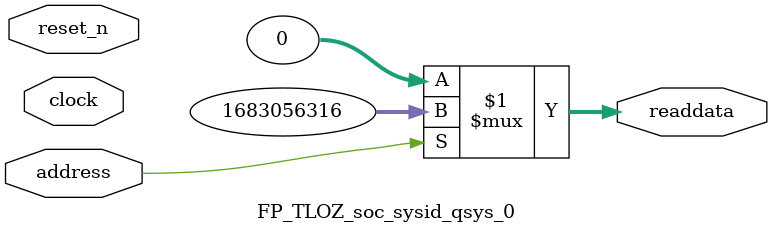
<source format=v>



// synthesis translate_off
`timescale 1ns / 1ps
// synthesis translate_on

// turn off superfluous verilog processor warnings 
// altera message_level Level1 
// altera message_off 10034 10035 10036 10037 10230 10240 10030 

module FP_TLOZ_soc_sysid_qsys_0 (
               // inputs:
                address,
                clock,
                reset_n,

               // outputs:
                readdata
             )
;

  output  [ 31: 0] readdata;
  input            address;
  input            clock;
  input            reset_n;

  wire    [ 31: 0] readdata;
  //control_slave, which is an e_avalon_slave
  assign readdata = address ? 1683056316 : 0;

endmodule



</source>
